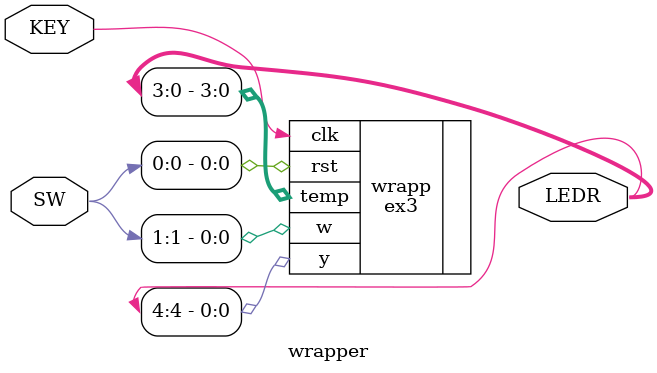
<source format=sv>
module wrapper ( 	
	input logic [1:0] SW,
	input logic [0:0]KEY,
	output logic [4:0] LEDR);

	ex3 wrapp (.clk(KEY[0]),.rst(SW[0]),.w(SW[1]),.y(LEDR[4]),.temp(LEDR[3:0]));
endmodule 
</source>
